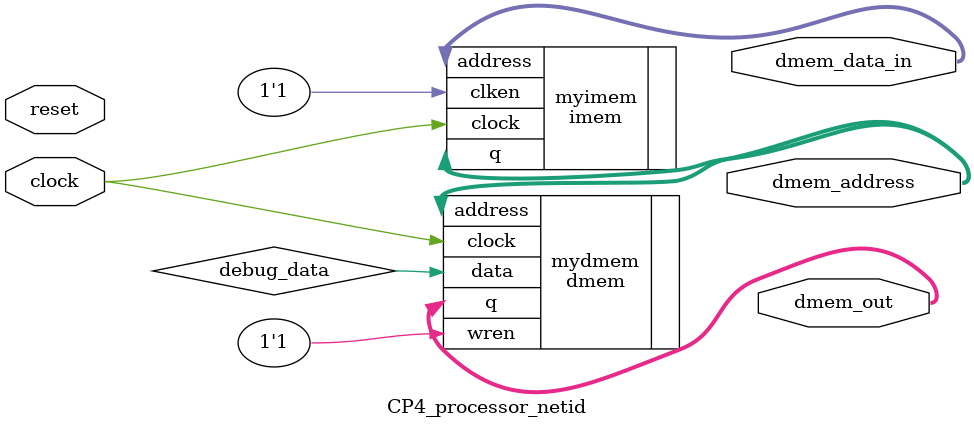
<source format=v>
module CP4_processor_netid(clock, reset, /*ps2_key_pressed, ps2_out, lcd_write, lcd_data,*/ dmem_data_in, dmem_address, dmem_out);

	input 			clock, reset/*, ps2_key_pressed*/;
	//input 	[7:0]	ps2_out;
	
	//output 			lcd_write;
	//output 	[31:0] 	lcd_data;
	
	// GRADER OUTPUTS - YOU MUST CONNECT TO YOUR DMEM
	output 	[31:0] 	dmem_data_in, dmem_out;
	output	[11:0]	dmem_address;
	
	
	// your processor here
	//
	
	//////////////////////////////////////
	////// THIS IS REQUIRED FOR GRADING
	// CHANGE THIS TO ASSIGN YOUR DMEM WRITE ADDRESS ALSO TO debug_addr
	//assign dmem_address = (12'b000000000001);
	// CHANGE THIS TO ASSIGN YOUR DMEM DATA INPUT (TO BE WRITTEN) ALSO TO debug_data
	//assign dmem_data_in = (12'b000000000001);
	////////////////////////////////////////////////////////////
	
		
	// You'll need to change where the dmem and imem read and write...
	dmem mydmem(	.address	(dmem_address),
					.clock		(clock),
					.data		(debug_data),
					.wren		(1'b1), //,	//need to fix this!
					.q			(dmem_out) // change where output q goes...
	);
	
	imem myimem(	.address 	(dmem_data_in),
					.clken		(1'b1),
					.clock		(clock), //,
					.q			(dmem_address) // change where output q goes...
	); 
	
endmodule

</source>
